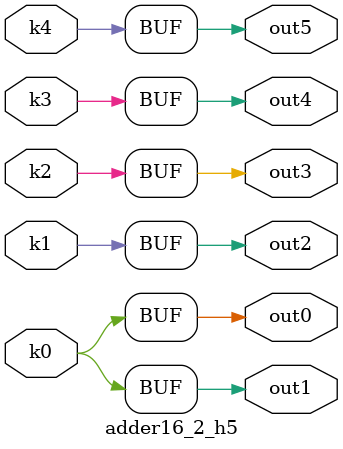
<source format=v>
module adder16_2(pi00, pi01, pi02, pi03, pi04, pi05, pi06, pi07, pi08, pi09, pi10, po0, po1, po2, po3, po4, po5);
input pi00, pi01, pi02, pi03, pi04, pi05, pi06, pi07, pi08, pi09, pi10;
output po0, po1, po2, po3, po4, po5;
wire k0, k1, k2, k3, k4;
adder16_2_w5 DUT1 (pi00, pi01, pi02, pi03, pi04, pi05, pi06, pi07, pi08, pi09, pi10, k0, k1, k2, k3, k4);
adder16_2_h5 DUT2 (k0, k1, k2, k3, k4, po0, po1, po2, po3, po4, po5);
endmodule

module adder16_2_w5(in10, in9, in8, in7, in6, in5, in4, in3, in2, in1, in0, k4, k3, k2, k1, k0);
input in10, in9, in8, in7, in6, in5, in4, in3, in2, in1, in0;
output k4, k3, k2, k1, k0;
assign k0 =   ((~in6 ^ in1) & ((((in10 & (in5 | ~in0)) | (in5 & ~in0)) & (in7 | in2) & (in8 | in3) & (in9 | in4)) | ((in7 | in2) & ((in9 & in4 & (in8 | in3)) | (in8 & in3))) | (in7 & in2))) | (((~in5 & in0) | (~in10 & (~in5 | in0))) & (in6 ^ in1) & (~in7 | ~in2) & (~in8 | ~in3) & (~in9 | ~in4)) | ((~in7 | ~in2) & (in6 ^ in1) & ((~in8 & ~in3) | (~in9 & ~in4 & (~in8 | ~in3)))) | (~in7 & ~in2 & (in6 ^ in1));
assign k1 =   ((in7 ^ in2) & ((((in10 & (in5 | ~in0)) | (in5 & ~in0)) & (in8 | in3) & (in9 | in4)) | (in9 & in4 & (in8 | in3)) | (in8 & in3))) | (((~in5 & in0) | (~in10 & (~in5 | in0))) & (~in7 ^ in2) & (~in8 | ~in3) & (~in9 | ~in4)) | ((~in7 ^ in2) & ((~in8 & ~in3) | (~in9 & ~in4 & (~in8 | ~in3))));
assign k2 =   ((~in8 ^ in3) & ((((in10 & (in5 | ~in0)) | (in5 & ~in0)) & (in9 | in4)) | (in9 & in4))) | (((~in5 & in0) | (~in10 & (~in5 | in0))) & (~in9 | ~in4) & (in8 ^ in3)) | (~in9 & ~in4 & (in8 ^ in3));
assign k3 =   ((in9 ^ in4) & ((in10 & (in5 | ~in0)) | (in5 & ~in0))) | (((~in5 & in0) | (~in10 & (~in5 | in0))) & (~in9 ^ in4));
assign k4 =   in10 ? (in5 ^ in0) : (~in5 ^ in0);
endmodule

module adder16_2_h5(k4, k3, k2, k1, k0, out5, out4, out3, out2, out1, out0);
input k4, k3, k2, k1, k0;
output out5, out4, out3, out2, out1, out0;
assign out0 = k0;
assign out1 = k0;
assign out2 = k1;
assign out3 = k2;
assign out4 = k3;
assign out5 = k4;
endmodule

</source>
